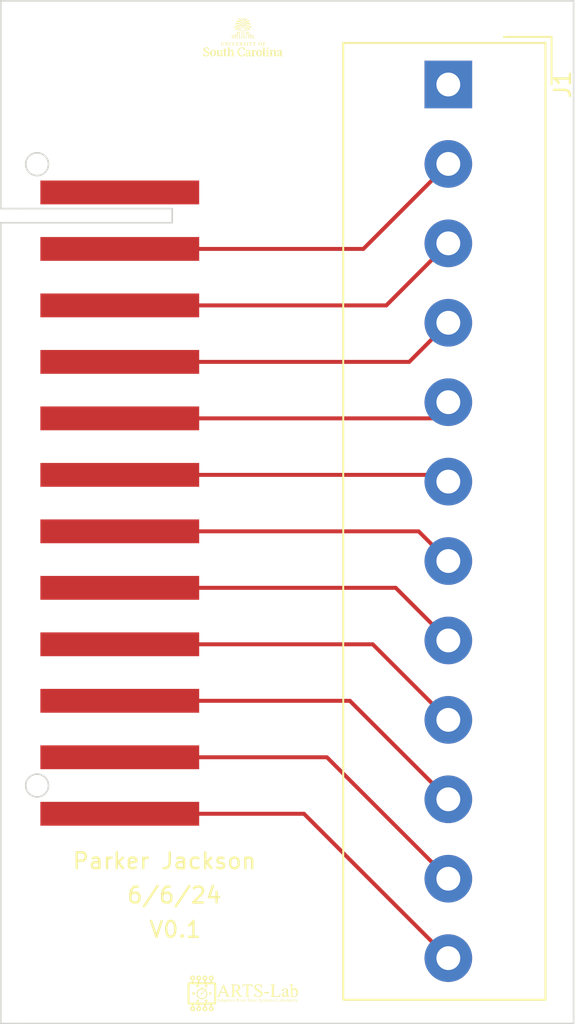
<source format=kicad_pcb>
(kicad_pcb (version 20221018) (generator pcbnew)
  (title_block (title "V 0.1") (comment 1 "Parker Jackson"))
  (layers (0 "F.Cu" signal) (31 "B.Cu" signal) (34 "B.Paste" user) (35 "F.Paste" user) (36 "B.SilkS" user "B.Silkscreen") (37 "F.SilkS" user "F.Silkscreen") (38 "B.Mask" user) (39 "F.Mask" user) (44 "Edge.Cuts" user))
  (net 0 "")
  (net 1 "Net-(J1-Pin_9)")
  (net 2 "Net-(J1-Pin_8)")
  (net 3 "Net-(J1-Pin_7)")
  (net 4 "Net-(J1-Pin_6)")
  (net 5 "Net-(J1-Pin_4)")
  (net 6 "Net-(J1-Pin_3)")
  (net 7 "Net-(J1-Pin_2)")
  (net 8 "Net-(J1-Pin_12)")
  (net 9 "Net-(J1-Pin_11)")
  (net 10 "GND")
  (net 11 "Net-(J1-Pin_5)")
  (net 12 "Net-(J1-Pin_10)")
  (footprint "BMS_PCB_Library:Altech_AK300_1x12_P5.00mm_45-Degree" (layer "F.Cu") (at 136.767 66.357 -90)
    (fp_text reference "J1" (at 0 -7.2 90) (layer "F.SilkS"))
    (fp_text value "Screw_Terminal_01x12")
    (pad "1" thru_hole rect (at 0 0 270) (size 3 3) (drill 1.5) (layers "*.Cu" "*.Mask") (net 10 "GND"))
    (pad "2" thru_hole circle (at 5 0 270) (size 3 3) (drill 1.5) (layers "*.Cu" "*.Mask") (net 7 "Net-(J1-Pin_2)"))
    (pad "3" thru_hole circle (at 10 0 270) (size 3 3) (drill 1.5) (layers "*.Cu" "*.Mask") (net 6 "Net-(J1-Pin_3)"))
    (pad "4" thru_hole circle (at 15 0 270) (size 3 3) (drill 1.5) (layers "*.Cu" "*.Mask") (net 5 "Net-(J1-Pin_4)"))
    (pad "5" thru_hole circle (at 20 0 270) (size 3 3) (drill 1.5) (layers "*.Cu" "*.Mask") (net 11 "Net-(J1-Pin_5)"))
    (pad "6" thru_hole circle (at 25 0 270) (size 3 3) (drill 1.5) (layers "*.Cu" "*.Mask") (net 4 "Net-(J1-Pin_6)"))
    (pad "7" thru_hole circle (at 30 0 270) (size 3 3) (drill 1.5) (layers "*.Cu" "*.Mask") (net 3 "Net-(J1-Pin_7)"))
    (pad "8" thru_hole circle (at 35 0 270) (size 3 3) (drill 1.5) (layers "*.Cu" "*.Mask") (net 2 "Net-(J1-Pin_8)"))
    (pad "9" thru_hole circle (at 40 0 270) (size 3 3) (drill 1.5) (layers "*.Cu" "*.Mask") (net 1 "Net-(J1-Pin_9)"))
    (pad "10" thru_hole circle (at 45 0 270) (size 3 3) (drill 1.5) (layers "*.Cu" "*.Mask") (net 12 "Net-(J1-Pin_10)"))
    (pad "11" thru_hole circle (at 50 0 270) (size 3 3) (drill 1.5) (layers "*.Cu" "*.Mask") (net 9 "Net-(J1-Pin_11)"))
    (pad "12" thru_hole circle (at 55 0 270) (size 3 3) (drill 1.5) (layers "*.Cu" "*.Mask") (net 8 "Net-(J1-Pin_12)"))
  )
  (footprint "BMS_PCB_Library:Gold Finger PCB" (layer "F.Cu") (at 121.666 92.71 -90)
    (fp_text reference "U1" hide)
    (fp_text value "~" hide)
    (pad "1" smd rect (at -19.558 5.588 270) (size 1.5 10) (layers "F.Cu" "F.Paste" "F.Mask") (net 10 "GND"))
    (pad "2" smd rect (at -16.002 5.588 270) (size 1.5 10) (layers "F.Cu" "F.Paste" "F.Mask") (net 7 "Net-(J1-Pin_2)"))
    (pad "3" smd rect (at -12.446 5.588 270) (size 1.5 10) (layers "F.Cu" "F.Paste" "F.Mask") (net 6 "Net-(J1-Pin_3)"))
    (pad "4" smd rect (at -8.89 5.588 270) (size 1.5 10) (layers "F.Cu" "F.Paste" "F.Mask") (net 5 "Net-(J1-Pin_4)"))
    (pad "5" smd rect (at -5.334 5.588 270) (size 1.5 10) (layers "F.Cu" "F.Paste" "F.Mask") (net 11 "Net-(J1-Pin_5)"))
    (pad "6" smd rect (at -1.778 5.588 270) (size 1.5 10) (layers "F.Cu" "F.Paste" "F.Mask") (net 4 "Net-(J1-Pin_6)"))
    (pad "7" smd rect (at 1.778 5.588 270) (size 1.5 10) (layers "F.Cu" "F.Paste" "F.Mask") (net 3 "Net-(J1-Pin_7)"))
    (pad "8" smd rect (at 5.334 5.588 270) (size 1.5 10) (layers "F.Cu" "F.Paste" "F.Mask") (net 2 "Net-(J1-Pin_8)"))
    (pad "9" smd rect (at 8.89 5.588 270) (size 1.5 10) (layers "F.Cu" "F.Paste" "F.Mask") (net 1 "Net-(J1-Pin_9)"))
    (pad "10" smd rect (at 12.446 5.588 270) (size 1.5 10) (layers "F.Cu" "F.Paste" "F.Mask") (net 12 "Net-(J1-Pin_10)"))
    (pad "11" smd rect (at 16.002 5.588 270) (size 1.5 10) (layers "F.Cu" "F.Paste" "F.Mask") (net 9 "Net-(J1-Pin_11)"))
    (pad "12" smd rect (at 19.558 5.588 270) (size 1.5 10) (layers "F.Cu" "F.Paste" "F.Mask") (net 8 "Net-(J1-Pin_12)"))
  )
  (footprint "BMS_PCB_Library:ARTSLAB" (layer "F.Cu") (at 123.825 123.571)
    (fp_text reference "G***" hide)
    (fp_text value "LOGO" hide)
  )
  (footprint "BMS_PCB_Library:USCLOGO" (layer "F.Cu") (at 123.825 63.373)
    (fp_text reference "G***" hide)
    (fp_text value "LOGO" hide)
  )
  (gr_line (start 119.38 74.168) (end 109.855 74.168) (stroke (width 0.1)) (layer "Edge.Cuts"))
  (gr_line (start 119.38 75.057) (end 109.855 75.057) (stroke (width 0.1)) (layer "Edge.Cuts"))
  (gr_line (start 109.855 74.168) (end 108.585 74.168) (stroke (width 0.1)) (layer "Edge.Cuts"))
  (gr_line (start 144.653 125.476) (end 109.855 125.476) (stroke (width 0.1)) (layer "Edge.Cuts"))
  (gr_line (start 108.585 75.057) (end 108.585 125.476) (stroke (width 0.1)) (layer "Edge.Cuts"))
  (gr_line (start 108.585 125.476) (end 109.855 125.476) (stroke (width 0.1)) (layer "Edge.Cuts"))
  (gr_line (start 109.855 61.087) (end 108.585 61.087) (stroke (width 0.1)) (layer "Edge.Cuts"))
  (gr_line (start 144.653 61.087) (end 109.855 61.087) (stroke (width 0.1)) (layer "Edge.Cuts"))
  (gr_line (start 144.653 61.087) (end 144.653 125.476) (stroke (width 0.1)) (layer "Edge.Cuts"))
  (gr_circle (center 110.871 110.49) (end 111.379 110.998) (stroke (width 0.1)) (fill none) (layer "Edge.Cuts"))
  (gr_line (start 119.38 74.168) (end 119.38 75.057) (stroke (width 0.1)) (layer "Edge.Cuts"))
  (gr_line (start 109.855 75.057) (end 108.585 75.057) (stroke (width 0.1)) (layer "Edge.Cuts"))
  (gr_circle (center 110.871 71.374) (end 111.379 71.882) (stroke (width 0.1)) (fill none) (layer "Edge.Cuts"))
  (gr_line (start 108.585 61.087) (end 108.585 74.168) (stroke (width 0.1)) (layer "Edge.Cuts"))
  (gr_text "V0.1" (at 117.856 120.142) (layer "F.SilkS") (effects (font (size 1 1)) (justify left bottom)))
  (gr_text "6/6/24" (at 116.459 117.983) (layer "F.SilkS") (effects (font (size 1 1)) (justify left bottom)))
  (gr_text "Parker Jackson" (at 113.03 115.824) (layer "F.SilkS") (effects (font (size 1 1)) (justify left bottom)))
  (segment (start 116.078 101.6) (end 132.01 101.6) (width 0.25) (layer "F.Cu") (net 1))
  (segment (start 132.01 101.6) (end 136.767 106.357) (width 0.25) (layer "F.Cu") (net 1))
  (segment (start 116.078 98.044) (end 133.454 98.044) (width 0.25) (layer "F.Cu") (net 2))
  (segment (start 133.454 98.044) (end 136.767 101.357) (width 0.25) (layer "F.Cu") (net 2))
  (segment (start 134.898 94.488) (end 136.767 96.357) (width 0.25) (layer "F.Cu") (net 3))
  (segment (start 116.078 94.488) (end 134.898 94.488) (width 0.25) (layer "F.Cu") (net 3))
  (segment (start 116.078 90.932) (end 136.342 90.932) (width 0.25) (layer "F.Cu") (net 4))
  (segment (start 136.342 90.932) (end 136.767 91.357) (width 0.25) (layer "F.Cu") (net 4))
  (segment (start 116.078 83.82) (end 134.304 83.82) (width 0.25) (layer "F.Cu") (net 5))
  (segment (start 134.304 83.82) (end 136.767 81.357) (width 0.25) (layer "F.Cu") (net 5))
  (segment (start 132.86 80.264) (end 116.078 80.264) (width 0.25) (layer "F.Cu") (net 6))
  (segment (start 136.767 76.357) (end 132.86 80.264) (width 0.25) (layer "F.Cu") (net 6))
  (segment (start 131.416 76.708) (end 136.767 71.357) (width 0.25) (layer "F.Cu") (net 7))
  (segment (start 116.078 76.708) (end 131.416 76.708) (width 0.25) (layer "F.Cu") (net 7))
  (segment (start 116.078 112.268) (end 127.678 112.268) (width 0.25) (layer "F.Cu") (net 8))
  (segment (start 127.678 112.268) (end 136.767 121.357) (width 0.25) (layer "F.Cu") (net 8))
  (segment (start 116.078 108.712) (end 129.122 108.712) (width 0.25) (layer "F.Cu") (net 9))
  (segment (start 129.122 108.712) (end 136.767 116.357) (width 0.25) (layer "F.Cu") (net 9))
  (segment (start 116.078 87.376) (end 135.748 87.376) (width 0.25) (layer "F.Cu") (net 11))
  (segment (start 135.748 87.376) (end 136.767 86.357) (width 0.25) (layer "F.Cu") (net 11))
  (segment (start 116.078 105.156) (end 130.566 105.156) (width 0.25) (layer "F.Cu") (net 12))
  (segment (start 130.566 105.156) (end 136.767 111.357) (width 0.25) (layer "F.Cu") (net 12))
)
</source>
